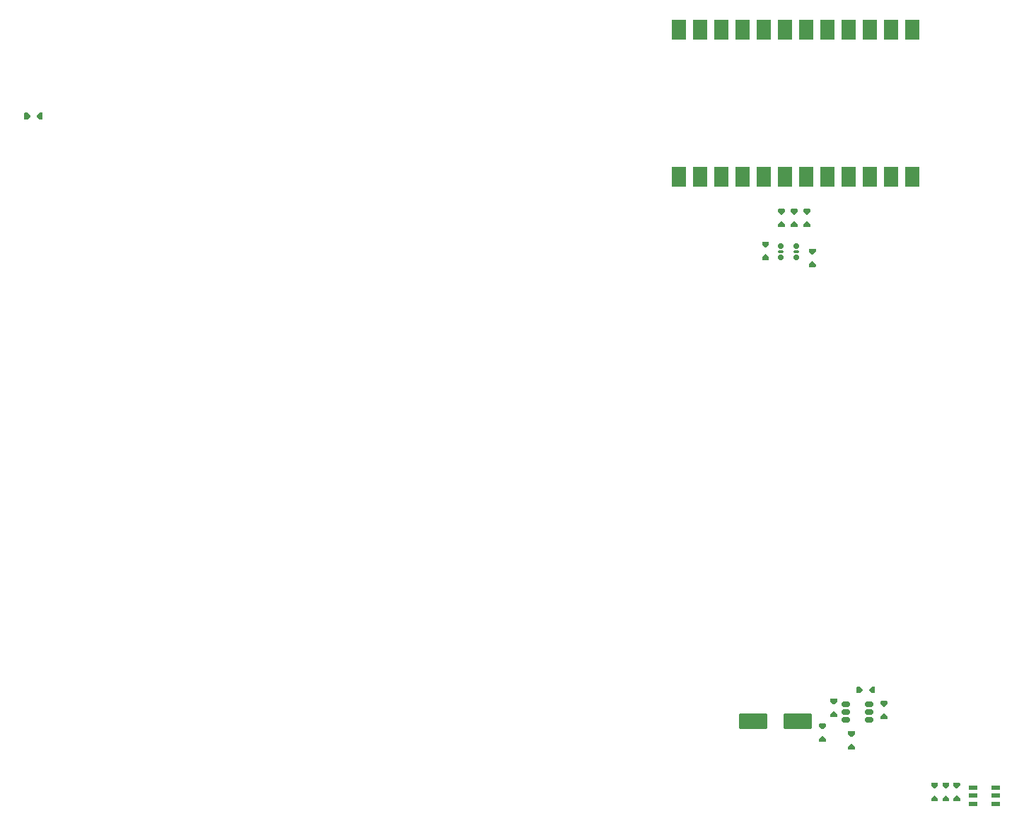
<source format=gtp>
G04*
G04 #@! TF.GenerationSoftware,Altium Limited,Altium Designer,23.3.1 (30)*
G04*
G04 Layer_Color=8421504*
%FSLAX44Y44*%
%MOMM*%
G71*
G04*
G04 #@! TF.SameCoordinates,414C3010-CE14-4ABF-8636-14FEAC747614*
G04*
G04*
G04 #@! TF.FilePolarity,Positive*
G04*
G01*
G75*
G04:AMPARAMS|DCode=16|XSize=0.6mm|YSize=0.6mm|CornerRadius=0.099mm|HoleSize=0mm|Usage=FLASHONLY|Rotation=270.000|XOffset=0mm|YOffset=0mm|HoleType=Round|Shape=RoundedRectangle|*
%AMROUNDEDRECTD16*
21,1,0.6000,0.4020,0,0,270.0*
21,1,0.4020,0.6000,0,0,270.0*
1,1,0.1980,-0.2010,-0.2010*
1,1,0.1980,-0.2010,0.2010*
1,1,0.1980,0.2010,0.2010*
1,1,0.1980,0.2010,-0.2010*
%
%ADD16ROUNDEDRECTD16*%
G04:AMPARAMS|DCode=17|XSize=0.4mm|YSize=0.6mm|CornerRadius=0.1mm|HoleSize=0mm|Usage=FLASHONLY|Rotation=270.000|XOffset=0mm|YOffset=0mm|HoleType=Round|Shape=RoundedRectangle|*
%AMROUNDEDRECTD17*
21,1,0.4000,0.4000,0,0,270.0*
21,1,0.2000,0.6000,0,0,270.0*
1,1,0.2000,-0.2000,-0.1000*
1,1,0.2000,-0.2000,0.1000*
1,1,0.2000,0.2000,0.1000*
1,1,0.2000,0.2000,-0.1000*
%
%ADD17ROUNDEDRECTD17*%
G04:AMPARAMS|DCode=18|XSize=0.55mm|YSize=1.05mm|CornerRadius=0.099mm|HoleSize=0mm|Usage=FLASHONLY|Rotation=270.000|XOffset=0mm|YOffset=0mm|HoleType=Round|Shape=RoundedRectangle|*
%AMROUNDEDRECTD18*
21,1,0.5500,0.8520,0,0,270.0*
21,1,0.3520,1.0500,0,0,270.0*
1,1,0.1980,-0.4260,-0.1760*
1,1,0.1980,-0.4260,0.1760*
1,1,0.1980,0.4260,0.1760*
1,1,0.1980,0.4260,-0.1760*
%
%ADD18ROUNDEDRECTD18*%
G04:AMPARAMS|DCode=19|XSize=1.85mm|YSize=3.4mm|CornerRadius=0.1017mm|HoleSize=0mm|Usage=FLASHONLY|Rotation=270.000|XOffset=0mm|YOffset=0mm|HoleType=Round|Shape=RoundedRectangle|*
%AMROUNDEDRECTD19*
21,1,1.8500,3.1965,0,0,270.0*
21,1,1.6465,3.4000,0,0,270.0*
1,1,0.2035,-1.5983,-0.8233*
1,1,0.2035,-1.5983,0.8233*
1,1,0.2035,1.5983,0.8233*
1,1,0.2035,1.5983,-0.8233*
%
%ADD19ROUNDEDRECTD19*%
G04:AMPARAMS|DCode=20|XSize=0.6mm|YSize=0.95mm|CornerRadius=0.099mm|HoleSize=0mm|Usage=FLASHONLY|Rotation=270.000|XOffset=0mm|YOffset=0mm|HoleType=Round|Shape=RoundedRectangle|*
%AMROUNDEDRECTD20*
21,1,0.6000,0.7520,0,0,270.0*
21,1,0.4020,0.9500,0,0,270.0*
1,1,0.1980,-0.3760,-0.2010*
1,1,0.1980,-0.3760,0.2010*
1,1,0.1980,0.3760,0.2010*
1,1,0.1980,0.3760,-0.2010*
%
%ADD20ROUNDEDRECTD20*%
%ADD21R,1.7999X2.3800*%
%ADD22R,1.7999X2.3800*%
G36*
X166500Y856500D02*
X170000Y853000D01*
Y852000D01*
X166500Y848500D01*
X163750Y848500D01*
X163601Y848500D01*
X163326Y848614D01*
X163114Y848825D01*
X163000Y849101D01*
X163000Y849250D01*
Y849250D01*
X163000Y855750D01*
X163000Y855899D01*
X163114Y856174D01*
X163325Y856386D01*
X163601Y856500D01*
X163750Y856500D01*
X163750Y856500D01*
X166500Y856500D01*
D02*
G37*
G36*
X184675Y856386D02*
X184886Y856175D01*
X185000Y855899D01*
X185000Y855750D01*
X185000Y855750D01*
X185000Y849250D01*
X185000Y849101D01*
X184886Y848825D01*
X184675Y848614D01*
X184399Y848500D01*
X184250Y848500D01*
Y848500D01*
X181500Y848500D01*
X178000Y852000D01*
Y853000D01*
X181500Y856500D01*
X184251Y856500D01*
X184400Y856500D01*
X184675Y856386D01*
D02*
G37*
G36*
X1103425Y741386D02*
X1103636Y741175D01*
X1103750Y740899D01*
X1103750Y740750D01*
X1103750D01*
X1103750Y738000D01*
X1100250Y734500D01*
X1099250D01*
X1095750Y738000D01*
X1095750Y740751D01*
X1095750Y740900D01*
X1095864Y741175D01*
X1096075Y741386D01*
X1096351Y741500D01*
X1096500Y741500D01*
X1096500Y741500D01*
X1103000Y741500D01*
X1103149Y741500D01*
X1103425Y741386D01*
D02*
G37*
G36*
X1072925D02*
X1073136Y741175D01*
X1073250Y740899D01*
X1073250Y740750D01*
X1073250D01*
X1073250Y738000D01*
X1069750Y734500D01*
X1068750D01*
X1065250Y738000D01*
X1065250Y740751D01*
X1065250Y740900D01*
X1065364Y741175D01*
X1065575Y741386D01*
X1065851Y741500D01*
X1066000Y741500D01*
X1066000Y741500D01*
X1072500Y741500D01*
X1072649Y741500D01*
X1072925Y741386D01*
D02*
G37*
G36*
X1087899Y741500D02*
X1088175Y741386D01*
X1088386Y741175D01*
X1088500Y740899D01*
X1088500Y740750D01*
X1088500Y740750D01*
X1088500Y738000D01*
X1085000Y734500D01*
X1084000D01*
X1080500Y738000D01*
X1080500Y740750D01*
X1080500Y740899D01*
X1080614Y741174D01*
X1080825Y741385D01*
X1081101Y741500D01*
X1081250Y741500D01*
X1081250Y741500D01*
X1087749Y741500D01*
X1087899Y741500D01*
D02*
G37*
G36*
X1088500Y723000D02*
X1088500Y720249D01*
X1088500Y720100D01*
X1088386Y719825D01*
X1088175Y719614D01*
X1087899Y719500D01*
X1087750Y719500D01*
X1087750Y719500D01*
X1081250Y719500D01*
X1081101Y719500D01*
X1080825Y719614D01*
X1080614Y719825D01*
X1080500Y720101D01*
X1080500Y720250D01*
X1080500Y720250D01*
X1080500Y723000D01*
X1084000Y726500D01*
X1085000D01*
X1088500Y723000D01*
D02*
G37*
G36*
X1103750D02*
X1103750Y720250D01*
X1103750Y720101D01*
X1103636Y719826D01*
X1103425Y719614D01*
X1103149Y719500D01*
X1103000Y719500D01*
X1103000D01*
X1096500Y719500D01*
X1096351Y719500D01*
X1096076Y719614D01*
X1095864Y719825D01*
X1095750Y720101D01*
X1095750Y720250D01*
X1095750Y720250D01*
X1095750Y723000D01*
X1099250Y726500D01*
X1100250D01*
X1103750Y723000D01*
D02*
G37*
G36*
X1073250D02*
X1073250Y720250D01*
X1073250Y720101D01*
X1073136Y719826D01*
X1072925Y719614D01*
X1072649Y719500D01*
X1072500Y719500D01*
X1072500D01*
X1066001Y719500D01*
X1065851Y719500D01*
X1065575Y719614D01*
X1065364Y719825D01*
X1065250Y720101D01*
X1065250Y720250D01*
X1065250Y720250D01*
X1065250Y723000D01*
X1068750Y726500D01*
X1069750D01*
X1073250Y723000D01*
D02*
G37*
G36*
X1053925Y702136D02*
X1054136Y701925D01*
X1054250Y701649D01*
X1054250Y701500D01*
X1054250D01*
X1054250Y698750D01*
X1050750Y695250D01*
X1049750D01*
X1046250Y698750D01*
X1046250Y701500D01*
X1046250Y701650D01*
X1046364Y701925D01*
X1046575Y702136D01*
X1046851Y702250D01*
X1047000Y702250D01*
X1047000Y702250D01*
X1053500Y702250D01*
X1053649Y702250D01*
X1053925Y702136D01*
D02*
G37*
G36*
X1110175Y693636D02*
X1110386Y693425D01*
X1110500Y693149D01*
X1110500Y693000D01*
X1110500D01*
X1110500Y690250D01*
X1107000Y686750D01*
X1106000D01*
X1102500Y690250D01*
X1102500Y693000D01*
X1102500Y693150D01*
X1102614Y693425D01*
X1102825Y693636D01*
X1103101Y693750D01*
X1103250Y693750D01*
X1103250Y693750D01*
X1109750Y693750D01*
X1109899Y693750D01*
X1110175Y693636D01*
D02*
G37*
G36*
X1054250Y683750D02*
X1054250Y681000D01*
X1054250Y680851D01*
X1054136Y680575D01*
X1053925Y680365D01*
X1053649Y680250D01*
X1053500Y680250D01*
X1053500D01*
X1047001Y680250D01*
X1046851Y680250D01*
X1046575Y680364D01*
X1046364Y680575D01*
X1046250Y680851D01*
X1046250Y681000D01*
X1046250Y681000D01*
X1046250Y683750D01*
X1049750Y687250D01*
X1050750D01*
X1054250Y683750D01*
D02*
G37*
G36*
X1110500Y675250D02*
X1110500Y672500D01*
X1110500Y672351D01*
X1110386Y672076D01*
X1110175Y671864D01*
X1109899Y671750D01*
X1109750Y671750D01*
X1109750D01*
X1103251Y671750D01*
X1103101Y671750D01*
X1102825Y671864D01*
X1102614Y672075D01*
X1102500Y672351D01*
X1102500Y672500D01*
X1102500Y672500D01*
X1102500Y675250D01*
X1106000Y678750D01*
X1107000D01*
X1110500Y675250D01*
D02*
G37*
G36*
X1122175Y125136D02*
X1122386Y124925D01*
X1122500Y124649D01*
X1122500Y124500D01*
X1122500D01*
X1122500Y121750D01*
X1119000Y118250D01*
X1118000D01*
X1114500Y121750D01*
X1114500Y124501D01*
X1114500Y124650D01*
X1114614Y124925D01*
X1114825Y125136D01*
X1115101Y125250D01*
X1115250Y125250D01*
X1115250Y125250D01*
X1121750Y125250D01*
X1121899Y125250D01*
X1122175Y125136D01*
D02*
G37*
G36*
X1122500Y106750D02*
X1122500Y104000D01*
X1122500Y103851D01*
X1122386Y103575D01*
X1122175Y103364D01*
X1121899Y103250D01*
X1121750Y103250D01*
X1121750D01*
X1115250Y103250D01*
X1115101Y103250D01*
X1114826Y103364D01*
X1114614Y103575D01*
X1114500Y103851D01*
X1114500Y104000D01*
X1114500Y104000D01*
X1114500Y106750D01*
X1118000Y110250D01*
X1119000D01*
X1122500Y106750D01*
D02*
G37*
G36*
X1180750Y169500D02*
X1180899Y169500D01*
X1181174Y169386D01*
X1181385Y169175D01*
X1181500Y168899D01*
X1181500Y168750D01*
X1181500Y168750D01*
X1181500Y162250D01*
X1181500Y162101D01*
X1181386Y161826D01*
X1181175Y161614D01*
X1180899Y161500D01*
X1180750Y161500D01*
X1180750Y161500D01*
X1178000Y161500D01*
X1174500Y165000D01*
Y166000D01*
X1178000Y169500D01*
X1180750Y169500D01*
D02*
G37*
G36*
X1160250Y169500D02*
X1160250Y169500D01*
X1163000Y169500D01*
X1166500Y166000D01*
Y165000D01*
X1163000Y161500D01*
X1160249Y161500D01*
X1160100Y161500D01*
X1159825Y161614D01*
X1159614Y161825D01*
X1159500Y162101D01*
X1159500Y162250D01*
X1159500Y162250D01*
X1159500Y168750D01*
X1159500Y168899D01*
X1159614Y169175D01*
X1159825Y169386D01*
X1160101Y169500D01*
X1160250Y169500D01*
D02*
G37*
G36*
X1195925Y152136D02*
X1196136Y151925D01*
X1196250Y151649D01*
X1196250Y151500D01*
X1196250D01*
X1196250Y148750D01*
X1192750Y145250D01*
X1191750D01*
X1188250Y148750D01*
X1188250Y151501D01*
X1188250Y151650D01*
X1188364Y151925D01*
X1188575Y152136D01*
X1188851Y152250D01*
X1189000Y152250D01*
X1189000Y152250D01*
X1195500Y152250D01*
X1195649Y152250D01*
X1195925Y152136D01*
D02*
G37*
G36*
X1135399Y155000D02*
X1135675Y154886D01*
X1135886Y154675D01*
X1136000Y154399D01*
X1136000Y154250D01*
X1136000Y154250D01*
X1136000Y151500D01*
X1132500Y148000D01*
X1131500D01*
X1128000Y151500D01*
X1128000Y154250D01*
X1128000Y154399D01*
X1128114Y154675D01*
X1128325Y154886D01*
X1128601Y155000D01*
X1128750Y155000D01*
X1128750Y155000D01*
X1135249Y155000D01*
X1135399Y155000D01*
D02*
G37*
G36*
X1136000Y136500D02*
X1136000Y133749D01*
X1136000Y133600D01*
X1135886Y133325D01*
X1135675Y133114D01*
X1135399Y133000D01*
X1135250Y133000D01*
X1135250Y133000D01*
X1128750Y133000D01*
X1128601Y133000D01*
X1128325Y133114D01*
X1128114Y133325D01*
X1128000Y133601D01*
X1128000Y133750D01*
X1128000Y133750D01*
X1128000Y136500D01*
X1131500Y140000D01*
X1132500D01*
X1136000Y136500D01*
D02*
G37*
G36*
X1196250Y133750D02*
X1196250Y131000D01*
X1196250Y130851D01*
X1196136Y130576D01*
X1195925Y130365D01*
X1195649Y130250D01*
X1195500Y130250D01*
X1195500D01*
X1189000Y130250D01*
X1188851Y130250D01*
X1188575Y130364D01*
X1188364Y130575D01*
X1188250Y130851D01*
X1188250Y131000D01*
X1188250Y131000D01*
X1188250Y133750D01*
X1191750Y137250D01*
X1192750D01*
X1196250Y133750D01*
D02*
G37*
G36*
X1156649Y116000D02*
X1156925Y115886D01*
X1157136Y115675D01*
X1157250Y115399D01*
X1157250Y115250D01*
X1157250Y115250D01*
X1157250Y112500D01*
X1153750Y109000D01*
X1152750D01*
X1149250Y112500D01*
X1149250Y115250D01*
X1149250Y115399D01*
X1149364Y115674D01*
X1149575Y115885D01*
X1149851Y116000D01*
X1150000Y116000D01*
X1150000Y116000D01*
X1156499Y116000D01*
X1156649Y116000D01*
D02*
G37*
G36*
X1157250Y97500D02*
X1157250Y94749D01*
X1157250Y94600D01*
X1157136Y94325D01*
X1156925Y94114D01*
X1156649Y94000D01*
X1156500Y94000D01*
X1156500Y94000D01*
X1150000Y94000D01*
X1149851Y94000D01*
X1149575Y94114D01*
X1149364Y94325D01*
X1149250Y94601D01*
X1149250Y94750D01*
X1149250Y94750D01*
X1149250Y97500D01*
X1152750Y101000D01*
X1153750D01*
X1157250Y97500D01*
D02*
G37*
G36*
X1269675Y54136D02*
X1269886Y53925D01*
X1270000Y53649D01*
X1270000Y53500D01*
X1270000D01*
X1270000Y50750D01*
X1266500Y47250D01*
X1265500D01*
X1262000Y50750D01*
X1262000Y53500D01*
X1262000Y53650D01*
X1262114Y53925D01*
X1262325Y54136D01*
X1262601Y54250D01*
X1262750Y54250D01*
X1262750Y54250D01*
X1269250Y54250D01*
X1269399Y54250D01*
X1269675Y54136D01*
D02*
G37*
G36*
X1256425D02*
X1256636Y53925D01*
X1256750Y53649D01*
X1256750Y53500D01*
X1256750D01*
X1256750Y50750D01*
X1253250Y47250D01*
X1252250D01*
X1248750Y50750D01*
X1248750Y53500D01*
X1248750Y53650D01*
X1248864Y53925D01*
X1249075Y54136D01*
X1249351Y54250D01*
X1249500Y54250D01*
X1249500Y54250D01*
X1256000Y54250D01*
X1256149Y54250D01*
X1256425Y54136D01*
D02*
G37*
G36*
X1282925Y54136D02*
X1283136Y53925D01*
X1283250Y53649D01*
X1283250Y53500D01*
X1283250D01*
X1283250Y50750D01*
X1279750Y47250D01*
X1278750D01*
X1275250Y50750D01*
X1275250Y53500D01*
X1275250Y53650D01*
X1275364Y53925D01*
X1275575Y54136D01*
X1275851Y54250D01*
X1276000Y54250D01*
X1276000Y54250D01*
X1282500Y54250D01*
X1282649Y54250D01*
X1282925Y54136D01*
D02*
G37*
G36*
X1270000Y35750D02*
X1270000Y33000D01*
X1270000Y32851D01*
X1269886Y32576D01*
X1269675Y32364D01*
X1269399Y32250D01*
X1269250Y32250D01*
X1269250D01*
X1262750Y32250D01*
X1262601Y32250D01*
X1262326Y32364D01*
X1262114Y32575D01*
X1262000Y32851D01*
X1262000Y33000D01*
X1262000Y33000D01*
X1262000Y35750D01*
X1265500Y39250D01*
X1266500D01*
X1270000Y35750D01*
D02*
G37*
G36*
X1256750D02*
X1256750Y33000D01*
X1256750Y32851D01*
X1256636Y32576D01*
X1256425Y32364D01*
X1256149Y32250D01*
X1256000Y32250D01*
X1256000D01*
X1249500Y32250D01*
X1249351Y32250D01*
X1249075Y32364D01*
X1248864Y32575D01*
X1248750Y32851D01*
X1248750Y33000D01*
X1248750Y33000D01*
X1248750Y35750D01*
X1252250Y39250D01*
X1253250D01*
X1256750Y35750D01*
D02*
G37*
G36*
X1283250Y35750D02*
X1283250Y33000D01*
X1283250Y32851D01*
X1283136Y32575D01*
X1282925Y32364D01*
X1282649Y32250D01*
X1282500Y32250D01*
X1282500D01*
X1276000Y32250D01*
X1275851Y32250D01*
X1275575Y32364D01*
X1275364Y32575D01*
X1275250Y32851D01*
X1275250Y33000D01*
X1275250Y33000D01*
X1275250Y35750D01*
X1278750Y39250D01*
X1279750D01*
X1283250Y35750D01*
D02*
G37*
D16*
X1086920Y683750D02*
D03*
Y696750D02*
D03*
X1068920D02*
D03*
Y683750D02*
D03*
D17*
X1086920Y690250D02*
D03*
X1068920D02*
D03*
D18*
X1325500Y29250D02*
D03*
Y38750D02*
D03*
Y48250D02*
D03*
X1299000D02*
D03*
Y38750D02*
D03*
Y29250D02*
D03*
D19*
X1089250Y128000D02*
D03*
X1035750D02*
D03*
D20*
X1174256Y129650D02*
D03*
Y139150D02*
D03*
Y148650D02*
D03*
X1146756D02*
D03*
Y139150D02*
D03*
Y129650D02*
D03*
D21*
X1149750Y780200D02*
D03*
X1225949D02*
D03*
X1200549D02*
D03*
X1175150D02*
D03*
X1124350D02*
D03*
X1098950D02*
D03*
X997350Y956400D02*
D03*
X1073550D02*
D03*
X1022750D02*
D03*
X1048150D02*
D03*
X946551D02*
D03*
X971951D02*
D03*
D22*
X1073550Y780200D02*
D03*
X997350D02*
D03*
X1048150D02*
D03*
X1022750D02*
D03*
X971950D02*
D03*
X946550D02*
D03*
X1149750Y956400D02*
D03*
X1175150D02*
D03*
X1200550D02*
D03*
X1225950D02*
D03*
X1098950D02*
D03*
X1124350D02*
D03*
M02*

</source>
